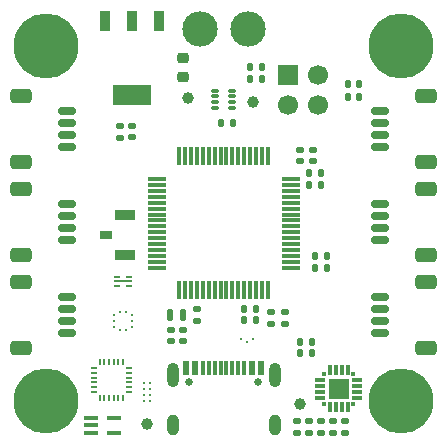
<source format=gts>
G04 #@! TF.GenerationSoftware,KiCad,Pcbnew,9.0.1*
G04 #@! TF.CreationDate,2025-04-30T23:29:37-04:00*
G04 #@! TF.ProjectId,Control Board V2,436f6e74-726f-46c2-9042-6f6172642056,rev?*
G04 #@! TF.SameCoordinates,Original*
G04 #@! TF.FileFunction,Soldermask,Top*
G04 #@! TF.FilePolarity,Negative*
%FSLAX46Y46*%
G04 Gerber Fmt 4.6, Leading zero omitted, Abs format (unit mm)*
G04 Created by KiCad (PCBNEW 9.0.1) date 2025-04-30 23:29:37*
%MOMM*%
%LPD*%
G01*
G04 APERTURE LIST*
G04 Aperture macros list*
%AMRoundRect*
0 Rectangle with rounded corners*
0 $1 Rounding radius*
0 $2 $3 $4 $5 $6 $7 $8 $9 X,Y pos of 4 corners*
0 Add a 4 corners polygon primitive as box body*
4,1,4,$2,$3,$4,$5,$6,$7,$8,$9,$2,$3,0*
0 Add four circle primitives for the rounded corners*
1,1,$1+$1,$2,$3*
1,1,$1+$1,$4,$5*
1,1,$1+$1,$6,$7*
1,1,$1+$1,$8,$9*
0 Add four rect primitives between the rounded corners*
20,1,$1+$1,$2,$3,$4,$5,0*
20,1,$1+$1,$4,$5,$6,$7,0*
20,1,$1+$1,$6,$7,$8,$9,0*
20,1,$1+$1,$8,$9,$2,$3,0*%
G04 Aperture macros list end*
%ADD10RoundRect,0.147500X0.147500X0.172500X-0.147500X0.172500X-0.147500X-0.172500X0.147500X-0.172500X0*%
%ADD11RoundRect,0.135000X-0.135000X-0.185000X0.135000X-0.185000X0.135000X0.185000X-0.135000X0.185000X0*%
%ADD12RoundRect,0.150000X0.625000X-0.150000X0.625000X0.150000X-0.625000X0.150000X-0.625000X-0.150000X0*%
%ADD13RoundRect,0.250000X0.650000X-0.350000X0.650000X0.350000X-0.650000X0.350000X-0.650000X-0.350000X0*%
%ADD14RoundRect,0.140000X0.140000X0.170000X-0.140000X0.170000X-0.140000X-0.170000X0.140000X-0.170000X0*%
%ADD15RoundRect,0.140000X0.170000X-0.140000X0.170000X0.140000X-0.170000X0.140000X-0.170000X-0.140000X0*%
%ADD16C,0.226000*%
%ADD17C,1.700000*%
%ADD18R,1.700000X1.700000*%
%ADD19RoundRect,0.075000X-0.175000X-0.425000X0.175000X-0.425000X0.175000X0.425000X-0.175000X0.425000X0*%
%ADD20RoundRect,0.135000X0.135000X0.185000X-0.135000X0.185000X-0.135000X-0.185000X0.135000X-0.185000X0*%
%ADD21RoundRect,0.150000X-0.625000X0.150000X-0.625000X-0.150000X0.625000X-0.150000X0.625000X0.150000X0*%
%ADD22RoundRect,0.250000X-0.650000X0.350000X-0.650000X-0.350000X0.650000X-0.350000X0.650000X0.350000X0*%
%ADD23C,1.000000*%
%ADD24RoundRect,0.147500X-0.172500X0.147500X-0.172500X-0.147500X0.172500X-0.147500X0.172500X0.147500X0*%
%ADD25C,5.500000*%
%ADD26RoundRect,0.140000X-0.170000X0.140000X-0.170000X-0.140000X0.170000X-0.140000X0.170000X0.140000X0*%
%ADD27RoundRect,0.050000X0.285000X0.100000X-0.285000X0.100000X-0.285000X-0.100000X0.285000X-0.100000X0*%
%ADD28RoundRect,0.135000X0.185000X-0.135000X0.185000X0.135000X-0.185000X0.135000X-0.185000X-0.135000X0*%
%ADD29R,0.300000X0.300000*%
%ADD30R,0.900000X0.300000*%
%ADD31R,0.300000X0.900000*%
%ADD32R,1.800000X1.800000*%
%ADD33RoundRect,0.140000X-0.140000X-0.170000X0.140000X-0.170000X0.140000X0.170000X-0.140000X0.170000X0*%
%ADD34R,0.600000X0.200000*%
%ADD35R,1.600000X0.200000*%
%ADD36R,0.250000X0.275000*%
%ADD37R,0.275000X0.250000*%
%ADD38R,0.200000X0.200000*%
%ADD39R,0.950000X1.750000*%
%ADD40R,3.250000X1.750000*%
%ADD41C,0.650000*%
%ADD42R,0.600000X1.240000*%
%ADD43R,0.300000X1.240000*%
%ADD44O,1.000000X2.100000*%
%ADD45O,1.000000X1.800000*%
%ADD46RoundRect,0.075000X0.075000X-0.700000X0.075000X0.700000X-0.075000X0.700000X-0.075000X-0.700000X0*%
%ADD47RoundRect,0.075000X0.700000X-0.075000X0.700000X0.075000X-0.700000X0.075000X-0.700000X-0.075000X0*%
%ADD48R,1.150000X0.400000*%
%ADD49R,1.700000X0.900000*%
%ADD50R,1.100000X0.800000*%
%ADD51O,3.000000X3.000000*%
%ADD52RoundRect,0.050000X-0.225000X-0.050000X0.225000X-0.050000X0.225000X0.050000X-0.225000X0.050000X0*%
%ADD53RoundRect,0.050000X0.050000X-0.225000X0.050000X0.225000X-0.050000X0.225000X-0.050000X-0.225000X0*%
%ADD54RoundRect,0.135000X-0.185000X0.135000X-0.185000X-0.135000X0.185000X-0.135000X0.185000X0.135000X0*%
%ADD55RoundRect,0.225000X-0.250000X0.225000X-0.250000X-0.225000X0.250000X-0.225000X0.250000X0.225000X0*%
G04 APERTURE END LIST*
D10*
G04 #@! TO.C,D3*
X82470000Y-123000000D03*
X81500000Y-123000000D03*
G04 #@! TD*
D11*
G04 #@! TO.C,R17*
X77240000Y-99750000D03*
X78260000Y-99750000D03*
G04 #@! TD*
D12*
G04 #@! TO.C,J38*
X88250000Y-121250000D03*
X88250000Y-120250000D03*
X88250000Y-119250000D03*
X88250000Y-118250000D03*
D13*
X92125000Y-122550000D03*
X92125000Y-116950000D03*
G04 #@! TD*
D14*
G04 #@! TO.C,C14*
X83230000Y-108750000D03*
X82270000Y-108750000D03*
G04 #@! TD*
D12*
G04 #@! TO.C,J39*
X88250000Y-113375000D03*
X88250000Y-112375000D03*
X88250000Y-111375000D03*
X88250000Y-110375000D03*
D13*
X92125000Y-114675000D03*
X92125000Y-109075000D03*
G04 #@! TD*
D15*
G04 #@! TO.C,C20*
X81500000Y-106730000D03*
X81500000Y-105770000D03*
G04 #@! TD*
D16*
G04 #@! TO.C,IC2*
X68250000Y-125500000D03*
X68750000Y-125500000D03*
X68250000Y-126000000D03*
X68750000Y-126000000D03*
X68250000Y-126500000D03*
X68750000Y-126500000D03*
X68250000Y-127000000D03*
X68750000Y-127000000D03*
G04 #@! TD*
D17*
G04 #@! TO.C,J1*
X83000000Y-99460000D03*
X83000000Y-102000000D03*
X80460000Y-102000000D03*
D18*
X80460000Y-99460000D03*
G04 #@! TD*
D19*
G04 #@! TO.C,Y1*
X70500000Y-119750000D03*
X71600000Y-119750000D03*
G04 #@! TD*
D12*
G04 #@! TO.C,J40*
X88250000Y-105500000D03*
X88250000Y-104500000D03*
X88250000Y-103500000D03*
X88250000Y-102500000D03*
D13*
X92125000Y-106800000D03*
X92125000Y-101200000D03*
G04 #@! TD*
D14*
G04 #@! TO.C,C12*
X77730000Y-120190000D03*
X76770000Y-120190000D03*
G04 #@! TD*
D20*
G04 #@! TO.C,R15*
X75770000Y-103500000D03*
X74750000Y-103500000D03*
G04 #@! TD*
D21*
G04 #@! TO.C,J36*
X61750000Y-110375000D03*
X61750000Y-111375000D03*
X61750000Y-112375000D03*
X61750000Y-113375000D03*
D22*
X57875000Y-109075000D03*
X57875000Y-114675000D03*
G04 #@! TD*
D15*
G04 #@! TO.C,C21*
X82560000Y-106730000D03*
X82560000Y-105770000D03*
G04 #@! TD*
D11*
G04 #@! TO.C,R16*
X77240000Y-98750000D03*
X78260000Y-98750000D03*
G04 #@! TD*
D21*
G04 #@! TO.C,J34*
X61750000Y-118250000D03*
X61750000Y-119250000D03*
X61750000Y-120250000D03*
X61750000Y-121250000D03*
D22*
X57875000Y-116950000D03*
X57875000Y-122550000D03*
G04 #@! TD*
D23*
G04 #@! TO.C,TP4*
X68500000Y-129000000D03*
G04 #@! TD*
G04 #@! TO.C,TP3*
X81500000Y-127250000D03*
G04 #@! TD*
D24*
G04 #@! TO.C,D7*
X67250000Y-103750000D03*
X67250000Y-104720000D03*
G04 #@! TD*
D25*
G04 #@! TO.C,H2*
X60000000Y-97000000D03*
G04 #@! TD*
D26*
G04 #@! TO.C,C10*
X70510000Y-121020000D03*
X70510000Y-121980000D03*
G04 #@! TD*
D14*
G04 #@! TO.C,C13*
X77730000Y-119250000D03*
X76770000Y-119250000D03*
G04 #@! TD*
D25*
G04 #@! TO.C,H1*
X90000000Y-127000000D03*
G04 #@! TD*
D27*
G04 #@! TO.C,U6*
X75730000Y-102250000D03*
X75730000Y-101750000D03*
X75730000Y-101250000D03*
X75730000Y-100750000D03*
X74250000Y-100750000D03*
X74250000Y-101250000D03*
X74250000Y-101750000D03*
X74250000Y-102250000D03*
G04 #@! TD*
D28*
G04 #@! TO.C,R11*
X81250000Y-129760000D03*
X81250000Y-128740000D03*
G04 #@! TD*
D29*
G04 #@! TO.C,U3*
X83500000Y-124750000D03*
D30*
X83200000Y-125250000D03*
X83200000Y-125750000D03*
X83200000Y-126250000D03*
X83200000Y-126750000D03*
D29*
X83500000Y-127250000D03*
D31*
X84000000Y-127550000D03*
X84500000Y-127550000D03*
X85000000Y-127550000D03*
X85500000Y-127550000D03*
D29*
X86000000Y-127250000D03*
D30*
X86300000Y-126750000D03*
X86300000Y-126250000D03*
X86300000Y-125750000D03*
X86300000Y-125250000D03*
D29*
X86000000Y-124750000D03*
D31*
X85500000Y-124450000D03*
X85000000Y-124450000D03*
X84500000Y-124450000D03*
X84000000Y-124450000D03*
D32*
X84750000Y-126000000D03*
G04 #@! TD*
D26*
G04 #@! TO.C,C29*
X83260000Y-128770000D03*
X83260000Y-129730000D03*
G04 #@! TD*
D33*
G04 #@! TO.C,C18*
X82770000Y-114780000D03*
X83730000Y-114780000D03*
G04 #@! TD*
D26*
G04 #@! TO.C,C28*
X84250000Y-128770000D03*
X84250000Y-129730000D03*
G04 #@! TD*
D28*
G04 #@! TO.C,R1*
X72750000Y-120260000D03*
X72750000Y-119240000D03*
G04 #@! TD*
D34*
G04 #@! TO.C,IC4*
X66000000Y-116500000D03*
D35*
X66500000Y-116900000D03*
D34*
X66000000Y-117300000D03*
X67000000Y-117300000D03*
X67000000Y-116500000D03*
G04 #@! TD*
D36*
G04 #@! TO.C,IC3*
X66762000Y-119487000D03*
X66262000Y-119487000D03*
D37*
X65750000Y-119750000D03*
X65750000Y-120250000D03*
X65750000Y-120750000D03*
D36*
X66262000Y-121013000D03*
X66762000Y-121013000D03*
D37*
X67274000Y-120750000D03*
X67274000Y-120250000D03*
X67274000Y-119750000D03*
G04 #@! TD*
D14*
G04 #@! TO.C,C15*
X83230000Y-107720000D03*
X82270000Y-107720000D03*
G04 #@! TD*
D28*
G04 #@! TO.C,R10*
X85250000Y-129760000D03*
X85250000Y-128740000D03*
G04 #@! TD*
D38*
G04 #@! TO.C,D2*
X77000000Y-122000000D03*
X77500000Y-121750000D03*
X76500000Y-121750000D03*
G04 #@! TD*
D23*
G04 #@! TO.C,TP2*
X77500000Y-101750000D03*
G04 #@! TD*
G04 #@! TO.C,TP1*
X72000000Y-101400000D03*
G04 #@! TD*
D39*
G04 #@! TO.C,IC5*
X69550000Y-94850000D03*
X67250000Y-94850000D03*
X64950000Y-94850000D03*
D40*
X67250000Y-101150000D03*
G04 #@! TD*
D41*
G04 #@! TO.C,J35*
X72110000Y-125395000D03*
X77890000Y-125395000D03*
D42*
X71800000Y-124275000D03*
X72600000Y-124275000D03*
D43*
X73750000Y-124275000D03*
X74750000Y-124275000D03*
X75250000Y-124275000D03*
X76250000Y-124275000D03*
D42*
X77400000Y-124275000D03*
X78200000Y-124275000D03*
X78200000Y-124275000D03*
X77400000Y-124275000D03*
D43*
X76750000Y-124275000D03*
X75750000Y-124275000D03*
X74250000Y-124275000D03*
X73250000Y-124275000D03*
D42*
X72600000Y-124275000D03*
X71800000Y-124275000D03*
D44*
X70680000Y-124875000D03*
D45*
X70680000Y-129075000D03*
D44*
X79320000Y-124875000D03*
D45*
X79320000Y-129075000D03*
G04 #@! TD*
D46*
G04 #@! TO.C,U2*
X71250001Y-117675000D03*
X71750000Y-117675000D03*
X72250000Y-117675000D03*
X72750000Y-117675000D03*
X73250000Y-117675000D03*
X73750001Y-117675000D03*
X74250000Y-117675000D03*
X74750000Y-117675000D03*
X75250000Y-117675000D03*
X75750000Y-117675000D03*
X76249999Y-117675000D03*
X76750000Y-117675000D03*
X77250000Y-117675000D03*
X77750000Y-117675000D03*
X78250000Y-117675000D03*
X78749999Y-117675000D03*
D47*
X80675000Y-115749999D03*
X80675000Y-115250000D03*
X80675000Y-114750000D03*
X80675000Y-114250000D03*
X80675000Y-113750000D03*
X80675000Y-113249999D03*
X80675000Y-112750000D03*
X80675000Y-112250000D03*
X80675000Y-111750000D03*
X80675000Y-111250000D03*
X80675000Y-110750001D03*
X80675000Y-110250000D03*
X80675000Y-109750000D03*
X80675000Y-109250000D03*
X80675000Y-108750000D03*
X80675000Y-108250001D03*
D46*
X78749999Y-106325000D03*
X78250000Y-106325000D03*
X77750000Y-106325000D03*
X77250000Y-106325000D03*
X76750000Y-106325000D03*
X76249999Y-106325000D03*
X75750000Y-106325000D03*
X75250000Y-106325000D03*
X74750000Y-106325000D03*
X74250000Y-106325000D03*
X73750001Y-106325000D03*
X73250000Y-106325000D03*
X72750000Y-106325000D03*
X72250000Y-106325000D03*
X71750000Y-106325000D03*
X71250001Y-106325000D03*
D47*
X69325000Y-108250001D03*
X69325000Y-108750000D03*
X69325000Y-109250000D03*
X69325000Y-109750000D03*
X69325000Y-110250000D03*
X69325000Y-110750001D03*
X69325000Y-111250000D03*
X69325000Y-111750000D03*
X69325000Y-112250000D03*
X69325000Y-112750000D03*
X69325000Y-113249999D03*
X69325000Y-113750000D03*
X69325000Y-114250000D03*
X69325000Y-114750000D03*
X69325000Y-115250000D03*
X69325000Y-115749999D03*
G04 #@! TD*
D25*
G04 #@! TO.C,H4*
X90000000Y-97000000D03*
G04 #@! TD*
D48*
G04 #@! TO.C,IC1*
X63800000Y-128450000D03*
X63800000Y-129100000D03*
X63800000Y-129750000D03*
X65700000Y-129750000D03*
X65700000Y-128450000D03*
G04 #@! TD*
D49*
G04 #@! TO.C,SW2*
X66650000Y-111300000D03*
X66650000Y-114700000D03*
D50*
X65010000Y-113000000D03*
G04 #@! TD*
D28*
G04 #@! TO.C,R14*
X80170000Y-120510000D03*
X80170000Y-119490000D03*
G04 #@! TD*
D33*
G04 #@! TO.C,C26*
X85500000Y-100200000D03*
X86460000Y-100200000D03*
G04 #@! TD*
D51*
G04 #@! TO.C,BT1*
X72968000Y-95500000D03*
X77032000Y-95500000D03*
G04 #@! TD*
D52*
G04 #@! TO.C,U1*
X64000000Y-124250000D03*
X64000000Y-124650000D03*
X64000000Y-125050000D03*
X64000000Y-125450000D03*
X64000000Y-125850000D03*
X64000000Y-126250000D03*
D53*
X64500000Y-126750000D03*
X64900000Y-126750000D03*
X65300000Y-126750000D03*
X65700000Y-126750000D03*
X66100000Y-126750000D03*
X66500000Y-126750000D03*
D52*
X67000000Y-126250000D03*
X67000000Y-125850000D03*
X67000000Y-125450000D03*
X67000000Y-125050000D03*
X67000000Y-124650000D03*
X67000000Y-124250000D03*
D53*
X66500000Y-123750000D03*
X66100000Y-123750000D03*
X65700000Y-123750000D03*
X65300000Y-123750000D03*
X64900000Y-123750000D03*
X64500000Y-123750000D03*
G04 #@! TD*
D54*
G04 #@! TO.C,R12*
X82260000Y-128740000D03*
X82260000Y-129760000D03*
G04 #@! TD*
D10*
G04 #@! TO.C,D4*
X82485000Y-122000000D03*
X81515000Y-122000000D03*
G04 #@! TD*
D28*
G04 #@! TO.C,R13*
X79000000Y-120510000D03*
X79000000Y-119490000D03*
G04 #@! TD*
D33*
G04 #@! TO.C,C27*
X85500000Y-101290000D03*
X86460000Y-101290000D03*
G04 #@! TD*
D55*
G04 #@! TO.C,C32*
X71600000Y-98025000D03*
X71600000Y-99575000D03*
G04 #@! TD*
D33*
G04 #@! TO.C,C19*
X82770000Y-115750000D03*
X83730000Y-115750000D03*
G04 #@! TD*
D26*
G04 #@! TO.C,C34*
X71550000Y-121020000D03*
X71550000Y-121980000D03*
G04 #@! TD*
D28*
G04 #@! TO.C,R23*
X66250000Y-104745000D03*
X66250000Y-103725000D03*
G04 #@! TD*
D21*
G04 #@! TO.C,J37*
X61750000Y-102500000D03*
X61750000Y-103500000D03*
X61750000Y-104500000D03*
X61750000Y-105500000D03*
D22*
X57875000Y-101200000D03*
X57875000Y-106800000D03*
G04 #@! TD*
D25*
G04 #@! TO.C,H3*
X60000000Y-127000000D03*
G04 #@! TD*
M02*

</source>
